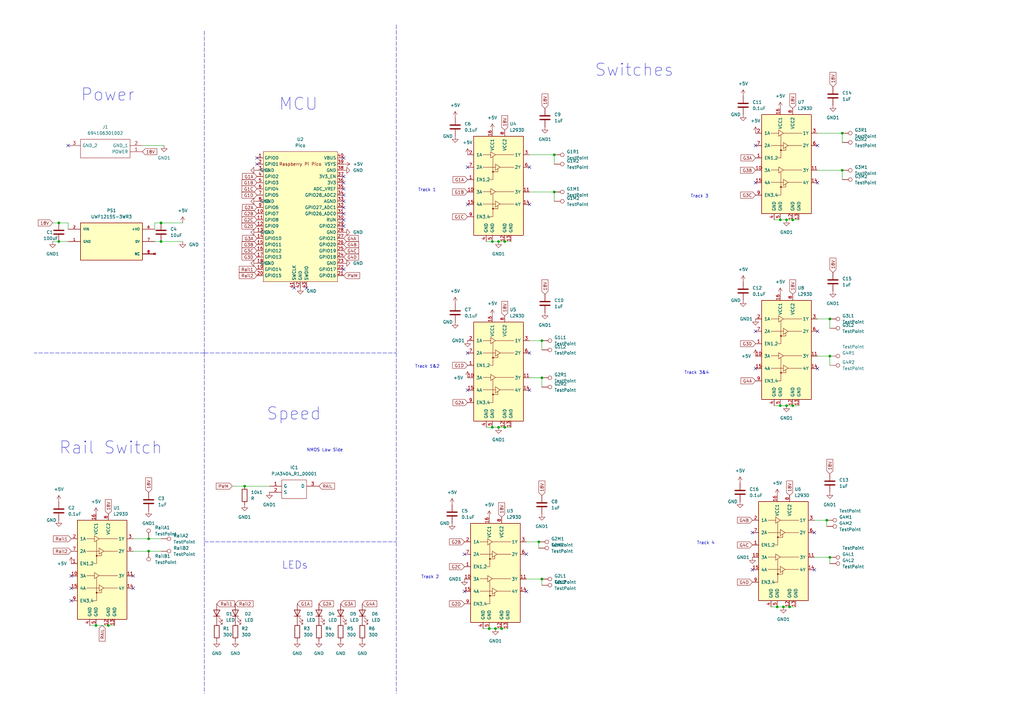
<source format=kicad_sch>
(kicad_sch (version 20211123) (generator eeschema)
  (paper "A3")
  (lib_symbols
    (symbol "Connector:TestPoint" (pin_numbers hide) (pin_names (offset 0.762) hide)
      (property "Reference" "TP" (at 0 6.858 0))
      (property "Value" "TestPoint" (at 0 5.08 0))
      (symbol "TestPoint_1_1"
        (pin passive line (at 0 0 90) (length 2.54) (name "1") (number "1"))
      )
    )
    (symbol "Device:C" (pin_numbers hide) (pin_names (offset 0.254))
      (property "Reference" "C" (at 0.635 2.54 0))
      (property "Value" "C" (at 0.635 -2.54 0))
      (symbol "C_1_1"
        (pin passive line (at 0 3.81 270) (length 2.794) (name "~") (number "1"))
        (pin passive line (at 0 -3.81 90) (length 2.794) (name "~") (number "2"))
      )
    )
    (symbol "Device:LED" (pin_numbers hide) (pin_names (offset 1.016) hide)
      (property "Reference" "D" (at 0 2.54 0))
      (property "Value" "LED" (at 0 -2.54 0))
      (symbol "LED_1_1"
        (pin passive line (at -3.81 0 0) (length 2.54) (name "K") (number "1"))
        (pin passive line (at 3.81 0 180) (length 2.54) (name "A") (number "2"))
      )
    )
    (symbol "Device:R" (pin_numbers hide) (pin_names (offset 0))
      (property "Reference" "R" (at 2.032 0 90))
      (property "Value" "R" (at 0 0 90))
      (symbol "R_1_1"
        (pin passive line (at 0 3.81 270) (length 1.27) (name "~") (number "1"))
        (pin passive line (at 0 -3.81 90) (length 1.27) (name "~") (number "2"))
      )
    )
    (symbol "Driver_Motor:L293D" (pin_names (offset 1.016))
      (property "Reference" "U" (at -5.08 26.035 0))
      (property "Value" "L293D" (at -5.08 24.13 0))
      (symbol "L293D_1_1"
        (pin input line (at -12.7 5.08 0) (length 2.54) (name "EN1,2") (number "1"))
        (pin input line (at -12.7 0 0) (length 2.54) (name "3A") (number "10"))
        (pin output line (at 12.7 0 180) (length 2.54) (name "3Y") (number "11"))
        (pin power_in line (at 2.54 -20.32 90) (length 2.54) (name "GND") (number "12"))
        (pin power_in line (at 5.08 -20.32 90) (length 2.54) (name "GND") (number "13"))
        (pin output line (at 12.7 -5.08 180) (length 2.54) (name "4Y") (number "14"))
        (pin input line (at -12.7 -5.08 0) (length 2.54) (name "4A") (number "15"))
        (pin power_in line (at -2.54 25.4 270) (length 2.54) (name "VCC1") (number "16"))
        (pin input line (at -12.7 15.24 0) (length 2.54) (name "1A") (number "2"))
        (pin output line (at 12.7 15.24 180) (length 2.54) (name "1Y") (number "3"))
        (pin power_in line (at -5.08 -20.32 90) (length 2.54) (name "GND") (number "4"))
        (pin power_in line (at -2.54 -20.32 90) (length 2.54) (name "GND") (number "5"))
        (pin output line (at 12.7 10.16 180) (length 2.54) (name "2Y") (number "6"))
        (pin input line (at -12.7 10.16 0) (length 2.54) (name "2A") (number "7"))
        (pin power_in line (at 2.54 25.4 270) (length 2.54) (name "VCC2") (number "8"))
        (pin input line (at -12.7 -10.16 0) (length 2.54) (name "EN3,4") (number "9"))
      )
    )
    (symbol "MCU_RaspberryPi_and_Boards:Pico"
      (property "Reference" "U" (at -13.97 27.94 0))
      (property "Value" "Pico" (at 0 19.05 0))
      (symbol "Pico_0_0"
        (text "Raspberry Pi Pico" (at 0 21.59 0) (effects (font (size 1.27 1.27))))
      )
      (symbol "Pico_1_1"
        (pin bidirectional line (at -17.78 24.13 0) (length 2.54) (name "GPIO0") (number "1"))
        (pin bidirectional line (at -17.78 1.27 0) (length 2.54) (name "GPIO7") (number "10"))
        (pin bidirectional line (at -17.78 -1.27 0) (length 2.54) (name "GPIO8") (number "11"))
        (pin bidirectional line (at -17.78 -3.81 0) (length 2.54) (name "GPIO9") (number "12"))
        (pin power_in line (at -17.78 -6.35 0) (length 2.54) (name "GND") (number "13"))
        (pin bidirectional line (at -17.78 -8.89 0) (length 2.54) (name "GPIO10") (number "14"))
        (pin bidirectional line (at -17.78 -11.43 0) (length 2.54) (name "GPIO11") (number "15"))
        (pin bidirectional line (at -17.78 -13.97 0) (length 2.54) (name "GPIO12") (number "16"))
        (pin bidirectional line (at -17.78 -16.51 0) (length 2.54) (name "GPIO13") (number "17"))
        (pin power_in line (at -17.78 -19.05 0) (length 2.54) (name "GND") (number "18"))
        (pin bidirectional line (at -17.78 -21.59 0) (length 2.54) (name "GPIO14") (number "19"))
        (pin bidirectional line (at -17.78 21.59 0) (length 2.54) (name "GPIO1") (number "2"))
        (pin bidirectional line (at -17.78 -24.13 0) (length 2.54) (name "GPIO15") (number "20"))
        (pin bidirectional line (at 17.78 -24.13 180) (length 2.54) (name "GPIO16") (number "21"))
        (pin bidirectional line (at 17.78 -21.59 180) (length 2.54) (name "GPIO17") (number "22"))
        (pin power_in line (at 17.78 -19.05 180) (length 2.54) (name "GND") (number "23"))
        (pin bidirectional line (at 17.78 -16.51 180) (length 2.54) (name "GPIO18") (number "24"))
        (pin bidirectional line (at 17.78 -13.97 180) (length 2.54) (name "GPIO19") (number "25"))
        (pin bidirectional line (at 17.78 -11.43 180) (length 2.54) (name "GPIO20") (number "26"))
        (pin bidirectional line (at 17.78 -8.89 180) (length 2.54) (name "GPIO21") (number "27"))
        (pin power_in line (at 17.78 -6.35 180) (length 2.54) (name "GND") (number "28"))
        (pin bidirectional line (at 17.78 -3.81 180) (length 2.54) (name "GPIO22") (number "29"))
        (pin power_in line (at -17.78 19.05 0) (length 2.54) (name "GND") (number "3"))
        (pin input line (at 17.78 -1.27 180) (length 2.54) (name "RUN") (number "30"))
        (pin bidirectional line (at 17.78 1.27 180) (length 2.54) (name "GPIO26_ADC0") (number "31"))
        (pin bidirectional line (at 17.78 3.81 180) (length 2.54) (name "GPIO27_ADC1") (number "32"))
        (pin power_in line (at 17.78 6.35 180) (length 2.54) (name "AGND") (number "33"))
        (pin bidirectional line (at 17.78 8.89 180) (length 2.54) (name "GPIO28_ADC2") (number "34"))
        (pin power_in line (at 17.78 11.43 180) (length 2.54) (name "ADC_VREF") (number "35"))
        (pin power_in line (at 17.78 13.97 180) (length 2.54) (name "3V3") (number "36"))
        (pin input line (at 17.78 16.51 180) (length 2.54) (name "3V3_EN") (number "37"))
        (pin bidirectional line (at 17.78 19.05 180) (length 2.54) (name "GND") (number "38"))
        (pin power_in line (at 17.78 21.59 180) (length 2.54) (name "VSYS") (number "39"))
        (pin bidirectional line (at -17.78 16.51 0) (length 2.54) (name "GPIO2") (number "4"))
        (pin power_in line (at 17.78 24.13 180) (length 2.54) (name "VBUS") (number "40"))
        (pin input line (at -2.54 -29.21 90) (length 2.54) (name "SWCLK") (number "41"))
        (pin power_in line (at 0 -29.21 90) (length 2.54) (name "GND") (number "42"))
        (pin bidirectional line (at 2.54 -29.21 90) (length 2.54) (name "SWDIO") (number "43"))
        (pin bidirectional line (at -17.78 13.97 0) (length 2.54) (name "GPIO3") (number "5"))
        (pin bidirectional line (at -17.78 11.43 0) (length 2.54) (name "GPIO4") (number "6"))
        (pin bidirectional line (at -17.78 8.89 0) (length 2.54) (name "GPIO5") (number "7"))
        (pin power_in line (at -17.78 6.35 0) (length 2.54) (name "GND") (number "8"))
        (pin bidirectional line (at -17.78 3.81 0) (length 2.54) (name "GPIO6") (number "9"))
      )
    )
    (symbol "SamacSys_Parts:694106301002" (pin_names (offset 0.762))
      (property "Reference" "J" (at 26.67 7.62 0))
      (property "Value" "694106301002" (at 26.67 5.08 0))
      (symbol "694106301002_0_0"
        (pin passive line (at 30.48 -2.54 180) (length 5.08) (name "POWER") (number "1"))
        (pin passive line (at 30.48 0 180) (length 5.08) (name "GND_1") (number "2"))
        (pin passive line (at 0 0 0) (length 5.08) (name "GND_2") (number "3"))
      )
    )
    (symbol "SamacSys_Parts:PJA3404_R1_00001" (pin_names (offset 0.762))
      (property "Reference" "IC" (at 16.51 7.62 0))
      (property "Value" "PJA3404_R1_00001" (at 16.51 5.08 0))
      (symbol "PJA3404_R1_00001_0_0"
        (pin passive line (at 0 0 0) (length 5.08) (name "G") (number "1"))
        (pin passive line (at 0 -2.54 0) (length 5.08) (name "S") (number "2"))
        (pin passive line (at 20.32 0 180) (length 5.08) (name "D") (number "3"))
      )
    )
    (symbol "UWF1215S-3WR3:UWF1215S-3WR3" (pin_names (offset 1.016))
      (property "Reference" "PS" (at -12.7 8.89 0))
      (property "Value" "UWF1215S-3WR3" (at -12.7 -10.16 0))
      (symbol "UWF1215S-3WR3_0_0"
        (pin power_in line (at -17.78 0 0) (length 5.08) (name "GND") (number "1"))
        (pin input line (at -17.78 5.08 0) (length 5.08) (name "VIN") (number "2"))
        (pin no_connect line (at 17.78 -5.08 180) (length 5.08) (name "NC") (number "3"))
        (pin no_connect line (at 17.78 -5.08 180) (length 5.08) (name "NC") (number "5"))
        (pin output line (at 17.78 5.08 180) (length 5.08) (name "+VO") (number "6"))
        (pin passive line (at 17.78 0 180) (length 5.08) (name "0V") (number "7"))
        (pin no_connect line (at 17.78 -5.08 180) (length 5.08) (name "NC") (number "8"))
      )
    )
    (symbol "power:+5V" (power) (pin_names (offset 0))
      (property "Value" "+5V" (at 0 3.556 0))
      (symbol "+5V_1_1"
        (pin power_in line (at 0 0 90) (length 0) hide (name "+5V") (number "1"))
      )
    )
    (symbol "power:GND" (power) (pin_names (offset 0))
      (property "Value" "GND" (at 0 -3.81 0))
      (symbol "GND_1_1"
        (pin power_in line (at 0 0 270) (length 0) hide (name "GND") (number "1"))
      )
    )
    (symbol "power:GND1" (power) (pin_names (offset 0))
      (property "Value" "GND1" (at 0 -3.81 0))
      (symbol "GND1_1_1"
        (pin power_in line (at 0 0 270) (length 0) hide (name "GND1") (number "1"))
      )
    )
  )
  (junction (at 203.2 257.81))
  (junction (at 345.44 54.61))
  (junction (at 201.93 99.06))
  (junction (at 66.04 99.06))
  (junction (at 222.25 139.7))
  (junction (at 201.93 175.26))
  (junction (at 320.04 90.17))
  (junction (at 227.33 63.5))
  (junction (at 222.25 237.49))
  (junction (at 222.25 154.94))
  (junction (at 204.47 175.26))
  (junction (at 339.09 213.36))
  (junction (at 323.85 248.92))
  (junction (at 204.47 99.06))
  (junction (at 24.13 99.06))
  (junction (at 39.37 256.54))
  (junction (at 340.36 146.05))
  (junction (at 24.13 91.44))
  (junction (at 340.36 228.6))
  (junction (at 322.58 90.17))
  (junction (at 321.31 248.92))
  (junction (at 44.45 256.54))
  (junction (at 325.12 90.17))
  (junction (at 325.12 166.37))
  (junction (at 227.33 78.74))
  (junction (at 100.33 199.39))
  (junction (at 220.98 222.25))
  (junction (at 60.96 226.06))
  (junction (at 205.74 257.81))
  (junction (at 318.77 248.92))
  (junction (at 200.66 257.81))
  (junction (at 66.04 91.44))
  (junction (at 207.01 175.26))
  (junction (at 207.01 99.06))
  (junction (at 345.44 69.85))
  (junction (at 322.58 166.37))
  (junction (at 60.96 220.98))
  (junction (at 340.36 130.81))
  (junction (at 320.04 166.37))
  (no_connect (at 140.97 92.71))
  (no_connect (at 140.97 64.77))
  (no_connect (at 190.5 227.33))
  (no_connect (at 191.77 83.82))
  (no_connect (at 105.41 67.31))
  (no_connect (at 27.94 59.69))
  (no_connect (at 120.65 118.11))
  (no_connect (at 54.61 236.22))
  (no_connect (at 140.97 90.17))
  (no_connect (at 29.21 236.22))
  (no_connect (at 335.28 59.69))
  (no_connect (at 140.97 110.49))
  (no_connect (at 29.21 241.3))
  (no_connect (at 54.61 241.3))
  (no_connect (at 140.97 74.93))
  (no_connect (at 308.61 233.68))
  (no_connect (at 308.61 218.44))
  (no_connect (at 309.88 59.69))
  (no_connect (at 140.97 85.09))
  (no_connect (at 105.41 64.77))
  (no_connect (at 309.88 151.13))
  (no_connect (at 125.73 118.11))
  (no_connect (at 140.97 72.39))
  (no_connect (at 217.17 160.02))
  (no_connect (at 191.77 160.02))
  (no_connect (at 309.88 135.89))
  (no_connect (at 335.28 74.93))
  (no_connect (at 190.5 242.57))
  (no_connect (at 140.97 80.01))
  (no_connect (at 335.28 135.89))
  (no_connect (at 140.97 87.63))
  (no_connect (at 309.88 74.93))
  (no_connect (at 140.97 77.47))
  (no_connect (at 335.28 151.13))
  (no_connect (at 217.17 144.78))
  (no_connect (at 191.77 144.78))
  (no_connect (at 140.97 82.55))
  (no_connect (at 215.9 227.33))
  (no_connect (at 215.9 242.57))
  (no_connect (at 334.01 233.68))
  (no_connect (at 334.01 218.44))
  (no_connect (at 29.21 246.38))
  (no_connect (at 217.17 68.58))
  (no_connect (at 217.17 83.82))
  (no_connect (at 191.77 68.58))
  (wire (pts (xy 318.77 248.92) (xy 321.31 248.92)))
  (wire (pts (xy 345.44 69.85) (xy 345.44 73.66)))
  (wire (pts (xy 66.04 99.06) (xy 63.5 99.06)))
  (wire (pts (xy 317.5 166.37) (xy 320.04 166.37)))
  (wire (pts (xy 24.13 99.06) (xy 27.94 99.06)))
  (wire (pts (xy 345.44 54.61) (xy 345.44 58.42)))
  (wire (pts (xy 204.47 99.06) (xy 207.01 99.06)))
  (wire (pts (xy 66.04 220.98) (xy 60.96 220.98)))
  (wire (pts (xy 335.28 69.85) (xy 345.44 69.85)))
  (wire (pts (xy 67.31 59.69) (xy 58.42 59.69)))
  (wire (pts (xy 66.04 226.06) (xy 60.96 226.06)))
  (wire (pts (xy 27.94 91.44) (xy 24.13 91.44)))
  (wire (pts (xy 204.47 175.26) (xy 207.01 175.26)))
  (wire (pts (xy 63.5 91.44) (xy 63.5 93.98)))
  (wire (pts (xy 222.25 139.7) (xy 222.25 143.51)))
  (wire (pts (xy 335.28 130.81) (xy 340.36 130.81)))
  (wire (pts (xy 320.04 166.37) (xy 322.58 166.37)))
  (polyline (pts (xy 83.82 144.78) (xy 13.97 144.78)))
  (wire (pts (xy 227.33 63.5) (xy 227.33 67.31)))
  (polyline (pts (xy 83.82 222.25) (xy 162.56 222.25)))
  (wire (pts (xy 199.39 99.06) (xy 201.93 99.06)))
  (wire (pts (xy 220.98 222.25) (xy 220.98 224.79)))
  (wire (pts (xy 340.36 130.81) (xy 340.36 134.62)))
  (wire (pts (xy 320.04 90.17) (xy 322.58 90.17)))
  (wire (pts (xy 205.74 257.81) (xy 208.28 257.81)))
  (wire (pts (xy 201.93 175.26) (xy 204.47 175.26)))
  (wire (pts (xy 203.2 257.81) (xy 205.74 257.81)))
  (wire (pts (xy 325.12 166.37) (xy 327.66 166.37)))
  (wire (pts (xy 222.25 154.94) (xy 222.25 158.75)))
  (wire (pts (xy 217.17 139.7) (xy 222.25 139.7)))
  (wire (pts (xy 335.28 146.05) (xy 340.36 146.05)))
  (polyline (pts (xy 83.82 12.7) (xy 83.82 144.78)))
  (wire (pts (xy 217.17 78.74) (xy 227.33 78.74)))
  (wire (pts (xy 222.25 237.49) (xy 222.25 240.03)))
  (wire (pts (xy 316.23 248.92) (xy 318.77 248.92)))
  (wire (pts (xy 207.01 175.26) (xy 209.55 175.26)))
  (wire (pts (xy 207.01 99.06) (xy 209.55 99.06)))
  (polyline (pts (xy 162.56 10.16) (xy 162.56 144.78)))
  (wire (pts (xy 201.93 99.06) (xy 204.47 99.06)))
  (wire (pts (xy 322.58 90.17) (xy 325.12 90.17)))
  (wire (pts (xy 334.01 228.6) (xy 340.36 228.6)))
  (wire (pts (xy 217.17 63.5) (xy 227.33 63.5)))
  (wire (pts (xy 323.85 248.92) (xy 326.39 248.92)))
  (wire (pts (xy 95.25 199.39) (xy 100.33 199.39)))
  (wire (pts (xy 60.96 226.06) (xy 54.61 226.06)))
  (wire (pts (xy 334.01 213.36) (xy 339.09 213.36)))
  (wire (pts (xy 21.59 91.44) (xy 24.13 91.44)))
  (wire (pts (xy 321.31 248.92) (xy 323.85 248.92)))
  (wire (pts (xy 74.93 91.44) (xy 66.04 91.44)))
  (wire (pts (xy 21.59 99.06) (xy 24.13 99.06)))
  (wire (pts (xy 66.04 91.44) (xy 63.5 91.44)))
  (polyline (pts (xy 83.82 144.78) (xy 162.56 144.78)))
  (wire (pts (xy 339.09 213.36) (xy 339.09 215.9)))
  (wire (pts (xy 215.9 222.25) (xy 220.98 222.25)))
  (wire (pts (xy 36.83 256.54) (xy 39.37 256.54)))
  (wire (pts (xy 215.9 237.49) (xy 222.25 237.49)))
  (wire (pts (xy 340.36 146.05) (xy 340.36 149.86)))
  (wire (pts (xy 325.12 90.17) (xy 327.66 90.17)))
  (polyline (pts (xy 162.56 144.78) (xy 162.56 284.48)))
  (polyline (pts (xy 83.82 144.78) (xy 83.82 284.48)))
  (wire (pts (xy 39.37 256.54) (xy 44.45 256.54)))
  (wire (pts (xy 100.33 199.39) (xy 110.49 199.39)))
  (wire (pts (xy 60.96 220.98) (xy 54.61 220.98)))
  (wire (pts (xy 200.66 257.81) (xy 203.2 257.81)))
  (wire (pts (xy 27.94 93.98) (xy 27.94 91.44)))
  (wire (pts (xy 322.58 166.37) (xy 325.12 166.37)))
  (wire (pts (xy 335.28 54.61) (xy 345.44 54.61)))
  (wire (pts (xy 198.12 257.81) (xy 200.66 257.81)))
  (wire (pts (xy 227.33 78.74) (xy 227.33 82.55)))
  (wire (pts (xy 217.17 154.94) (xy 222.25 154.94)))
  (wire (pts (xy 199.39 175.26) (xy 201.93 175.26)))
  (wire (pts (xy 340.36 228.6) (xy 340.36 231.14)))
  (wire (pts (xy 317.5 90.17) (xy 320.04 90.17)))
  (wire (pts (xy 74.93 99.06) (xy 66.04 99.06)))
  (wire (pts (xy 44.45 256.54) (xy 46.99 256.54)))
  (text "MCU\n" (at 114.3 45.72 0) (effects (font (size 5 5)) (justify left bottom)))
  (text "Power" (at 33.02 41.91 0) (effects (font (size 5 5)) (justify left bottom)))
  (text "LEDs" (at 115.57 233.68 0) (effects (font (size 3 3)) (justify left bottom)))
  (text "Track 1&2" (at 170.18 151.13 0) (effects (font (size 1.27 1.27)) (justify left bottom)))
  (text "Track 3&4" (at 280.67 153.67 0) (effects (font (size 1.27 1.27)) (justify left bottom)))
  (text "Track 3" (at 283.21 81.28 0) (effects (font (size 1.27 1.27)) (justify left bottom)))
  (text "Track 2" (at 172.72 237.49 0) (effects (font (size 1.27 1.27)) (justify left bottom)))
  (text "Switches" (at 243.84 31.75 0) (effects (font (size 5 5)) (justify left bottom)))
  (text "Track 4" (at 285.75 223.52 0) (effects (font (size 1.27 1.27)) (justify left bottom)))
  (text "Track 1" (at 171.45 78.74 0) (effects (font (size 1.27 1.27)) (justify left bottom)))
  (text "NMOS Low Side" (at 125.73 185.42 0) (effects (font (size 1.27 1.27)) (justify left bottom)))
  (text "Speed" (at 109.22 172.72 0) (effects (font (size 5 5)) (justify left bottom)))
  (text "Rail Switch" (at 24.13 186.69 0) (effects (font (size 5 5)) (justify left bottom)))
  (global_label "G2D" (shape input) (at 105.41 92.71 180) (property "Intersheet References" "${INTERSHEET_REFS}" (effects hide)))
  (global_label "G4B" (shape input) (at 140.97 100.33 0) (property "Intersheet References" "${INTERSHEET_REFS}" (effects hide)))
  (global_label "18V" (shape input) (at 207.01 53.34 90) (property "Intersheet References" "${INTERSHEET_REFS}" (effects hide)))
  (global_label "G4A" (shape input) (at 148.59 247.65 0) (property "Intersheet References" "${INTERSHEET_REFS}" (effects hide)))
  (global_label "G1A" (shape input) (at 191.77 73.66 180) (property "Intersheet References" "${INTERSHEET_REFS}" (effects hide)))
  (global_label "G4C" (shape input) (at 308.61 223.52 180) (property "Intersheet References" "${INTERSHEET_REFS}" (effects hide)))
  (global_label "18V" (shape input) (at 222.25 203.2 90) (property "Intersheet References" "${INTERSHEET_REFS}" (effects hide)))
  (global_label "G3C" (shape input) (at 105.41 102.87 180) (property "Intersheet References" "${INTERSHEET_REFS}" (effects hide)))
  (global_label "G4A" (shape input) (at 140.97 97.79 0) (property "Intersheet References" "${INTERSHEET_REFS}" (effects hide)))
  (global_label "18V" (shape input) (at 223.52 44.45 90) (property "Intersheet References" "${INTERSHEET_REFS}" (effects hide)))
  (global_label "18V" (shape input) (at 323.85 203.2 90) (property "Intersheet References" "${INTERSHEET_REFS}" (effects hide)))
  (global_label "18V" (shape input) (at 205.74 212.09 90) (property "Intersheet References" "${INTERSHEET_REFS}" (effects hide)))
  (global_label "18V" (shape input) (at 21.59 91.44 180) (property "Intersheet References" "${INTERSHEET_REFS}" (effects hide)))
  (global_label "G4D" (shape input) (at 140.97 105.41 0) (property "Intersheet References" "${INTERSHEET_REFS}" (effects hide)))
  (global_label "G1D" (shape input) (at 191.77 149.86 180) (property "Intersheet References" "${INTERSHEET_REFS}" (effects hide)))
  (global_label "G3A" (shape input) (at 309.88 64.77 180) (property "Intersheet References" "${INTERSHEET_REFS}" (effects hide)))
  (global_label "G3A" (shape input) (at 139.7 247.65 0) (property "Intersheet References" "${INTERSHEET_REFS}" (effects hide)))
  (global_label "18V" (shape input) (at 60.96 201.93 90) (property "Intersheet References" "${INTERSHEET_REFS}" (effects hide)))
  (global_label "G3C" (shape input) (at 309.88 80.01 180) (property "Intersheet References" "${INTERSHEET_REFS}" (effects hide)))
  (global_label "G3D" (shape input) (at 309.88 140.97 180) (property "Intersheet References" "${INTERSHEET_REFS}" (effects hide)))
  (global_label "RAIL" (shape input) (at 130.81 199.39 0) (property "Intersheet References" "${INTERSHEET_REFS}" (effects hide)))
  (global_label "G3A" (shape input) (at 105.41 97.79 180) (property "Intersheet References" "${INTERSHEET_REFS}" (effects hide)))
  (global_label "Rail2" (shape input) (at 29.21 226.06 180) (property "Intersheet References" "${INTERSHEET_REFS}" (effects hide)))
  (global_label "G2D" (shape input) (at 190.5 247.65 180) (property "Intersheet References" "${INTERSHEET_REFS}" (effects hide)))
  (global_label "18V" (shape input) (at 44.45 210.82 90) (property "Intersheet References" "${INTERSHEET_REFS}" (effects hide)))
  (global_label "18V" (shape input) (at 341.63 35.56 90) (property "Intersheet References" "${INTERSHEET_REFS}" (effects hide)))
  (global_label "G1C" (shape input) (at 191.77 88.9 180) (property "Intersheet References" "${INTERSHEET_REFS}" (effects hide)))
  (global_label "18V" (shape input) (at 207.01 129.54 90) (property "Intersheet References" "${INTERSHEET_REFS}" (effects hide)))
  (global_label "G3B" (shape input) (at 309.88 69.85 180) (property "Intersheet References" "${INTERSHEET_REFS}" (effects hide)))
  (global_label "18V" (shape input) (at 325.12 120.65 90) (property "Intersheet References" "${INTERSHEET_REFS}" (effects hide)))
  (global_label "G2C" (shape input) (at 190.5 232.41 180) (property "Intersheet References" "${INTERSHEET_REFS}" (effects hide)))
  (global_label "G2A" (shape input) (at 105.41 85.09 180) (property "Intersheet References" "${INTERSHEET_REFS}" (effects hide)))
  (global_label "G1B" (shape input) (at 105.41 74.93 180) (property "Intersheet References" "${INTERSHEET_REFS}" (effects hide)))
  (global_label "G1A" (shape input) (at 121.92 247.65 0) (property "Intersheet References" "${INTERSHEET_REFS}" (effects hide)))
  (global_label "G4C" (shape input) (at 140.97 102.87 0) (property "Intersheet References" "${INTERSHEET_REFS}" (effects hide)))
  (global_label "Rail1" (shape input) (at 29.21 220.98 180) (property "Intersheet References" "${INTERSHEET_REFS}" (effects hide)))
  (global_label "G4A" (shape input) (at 309.88 156.21 180) (property "Intersheet References" "${INTERSHEET_REFS}" (effects hide)))
  (global_label "G2B" (shape input) (at 190.5 222.25 180) (property "Intersheet References" "${INTERSHEET_REFS}" (effects hide)))
  (global_label "G2A" (shape input) (at 130.81 247.65 0) (property "Intersheet References" "${INTERSHEET_REFS}" (effects hide)))
  (global_label "G1A" (shape input) (at 105.41 72.39 180) (property "Intersheet References" "${INTERSHEET_REFS}" (effects hide)))
  (global_label "G4D" (shape input) (at 308.61 238.76 180) (property "Intersheet References" "${INTERSHEET_REFS}" (effects hide)))
  (global_label "G3D" (shape input) (at 105.41 105.41 180) (property "Intersheet References" "${INTERSHEET_REFS}" (effects hide)))
  (global_label "Rail2" (shape input) (at 96.52 247.65 0) (property "Intersheet References" "${INTERSHEET_REFS}" (effects hide)))
  (global_label "PWM" (shape input) (at 95.25 199.39 180) (property "Intersheet References" "${INTERSHEET_REFS}" (effects hide)))
  (global_label "G3B" (shape input) (at 105.41 100.33 180) (property "Intersheet References" "${INTERSHEET_REFS}" (effects hide)))
  (global_label "G2A" (shape input) (at 191.77 165.1 180) (property "Intersheet References" "${INTERSHEET_REFS}" (effects hide)))
  (global_label "18V" (shape input) (at 340.36 194.31 90) (property "Intersheet References" "${INTERSHEET_REFS}" (effects hide)))
  (global_label "G2C" (shape input) (at 105.41 90.17 180) (property "Intersheet References" "${INTERSHEET_REFS}" (effects hide)))
  (global_label "G1C" (shape input) (at 105.41 77.47 180) (property "Intersheet References" "${INTERSHEET_REFS}" (effects hide)))
  (global_label "PWM" (shape input) (at 140.97 113.03 0) (property "Intersheet References" "${INTERSHEET_REFS}" (effects hide)))
  (global_label "Rail1" (shape input) (at 105.41 110.49 180) (property "Intersheet References" "${INTERSHEET_REFS}" (effects hide)))
  (global_label "G1D" (shape input) (at 105.41 80.01 180) (property "Intersheet References" "${INTERSHEET_REFS}" (effects hide)))
  (global_label "18V" (shape input) (at 341.63 111.76 90) (property "Intersheet References" "${INTERSHEET_REFS}" (effects hide)))
  (global_label "RAIL" (shape input) (at 41.91 256.54 270) (property "Intersheet References" "${INTERSHEET_REFS}" (effects hide)))
  (global_label "18V" (shape input) (at 223.52 120.65 90) (property "Intersheet References" "${INTERSHEET_REFS}" (effects hide)))
  (global_label "18V" (shape input) (at 325.12 44.45 90) (property "Intersheet References" "${INTERSHEET_REFS}" (effects hide)))
  (global_label "G2B" (shape input) (at 105.41 87.63 180) (property "Intersheet References" "${INTERSHEET_REFS}" (effects hide)))
  (global_label "Rail2" (shape input) (at 105.41 113.03 180) (property "Intersheet References" "${INTERSHEET_REFS}" (effects hide)))
  (global_label "Rail1" (shape input) (at 88.9 247.65 0) (property "Intersheet References" "${INTERSHEET_REFS}" (effects hide)))
  (global_label "G1B" (shape input) (at 191.77 78.74 180) (property "Intersheet References" "${INTERSHEET_REFS}" (effects hide)))
  (global_label "18V" (shape input) (at 58.42 62.23 0) (property "Intersheet References" "${INTERSHEET_REFS}" (effects hide)))
  (global_label "G4B" (shape input) (at 308.61 213.36 180) (property "Intersheet References" "${INTERSHEET_REFS}" (effects hide)))
  (symbol (lib_id "power:+5V") (at 304.8 39.37 0) (unit 1)
    (property "Reference" "#PWR0128" (effects hide))
    (property "Value" "+5V" (at 304.8 34.29 0))
  )
  (symbol (lib_id "Driver_Motor:L293D") (at 203.2 237.49 0) (unit 1)
    (property "Reference" "U3" (at 207.7594 209.55 0) (effects (justify left)))
    (property "Value" "L293D" (at 207.7594 212.09 0) (effects (justify left)))
    (property "Footprint" "Package_DIP:DIP-16_W7.62mm" (effects hide))
    (property "Datasheet" "http://www.ti.com/lit/ds/symlink/l293.pdf" (effects hide))
  )
  (symbol (lib_id "Device:C") (at 186.69 128.27 0) (unit 1)
    (property "Reference" "C7" (at 190.5 126.9999 0) (effects (justify left)))
    (property "Value" "0.1uF" (at 190.5 129.5399 0) (effects (justify left)))
    (property "Footprint" "Capacitor_SMD:C_1210_3225Metric" (effects hide))
  )
  (symbol (lib_id "power:GND1") (at 341.63 43.18 0) (unit 1)
    (property "Reference" "#PWR0154" (effects hide))
    (property "Value" "GND1" (at 341.63 48.26 0))
  )
  (symbol (lib_id "power:GND") (at 96.52 262.89 0) (unit 1)
    (property "Reference" "#PWR0117" (effects hide))
    (property "Value" "GND" (at 96.52 267.97 0))
  )
  (symbol (lib_id "power:GND1") (at 191.77 139.7 0) (unit 1)
    (property "Reference" "#PWR0147" (effects hide))
    (property "Value" "GND1" (at 187.96 139.7 0))
  )
  (symbol (lib_id "power:GND1") (at 190.5 237.49 0) (unit 1)
    (property "Reference" "#PWR0152" (effects hide))
    (property "Value" "GND1" (at 186.69 237.49 0))
  )
  (symbol (lib_id "Device:LED") (at 139.7 251.46 90) (unit 1)
    (property "Reference" "D5" (at 143.51 251.7774 90) (effects (justify right)))
    (property "Value" "LED" (at 143.51 254.3174 90) (effects (justify right)))
    (property "Footprint" "LED_THT:LED_D3.0mm" (effects hide))
  )
  (symbol (lib_id "MCU_RaspberryPi_and_Boards:Pico") (at 123.19 88.9 0) (unit 1)
    (property "Reference" "U2" (at 123.19 57.15 0))
    (property "Value" "Pico" (at 123.19 59.69 0))
    (property "Footprint" "MCU_RaspberryPi_and_Boards:RPi_Pico_SMD_TH" (effects hide))
  )
  (symbol (lib_id "Device:C") (at 341.63 39.37 0) (unit 1)
    (property "Reference" "C14" (at 345.44 38.0999 0) (effects (justify left)))
    (property "Value" "1uF" (at 345.44 40.6399 0) (effects (justify left)))
    (property "Footprint" "Capacitor_SMD:C_1210_3225Metric" (effects hide))
  )
  (symbol (lib_id "Connector:TestPoint") (at 60.96 226.06 180) (unit 1)
    (property "Reference" "RailB1" (at 63.5 228.0919 0) (effects (justify right)))
    (property "Value" "TestPoint" (at 63.5 230.6319 0) (effects (justify right)))
    (property "Footprint" "TestPoint:TestPoint_Pad_2.5x2.5mm" (effects hide))
  )
  (symbol (lib_id "power:GND1") (at 321.31 248.92 0) (unit 1)
    (property "Reference" "#PWR0163" (effects hide))
    (property "Value" "GND1" (at 321.31 254 0))
  )
  (symbol (lib_id "power:+5V") (at 304.8 115.57 0) (unit 1)
    (property "Reference" "#PWR0156" (effects hide))
    (property "Value" "+5V" (at 304.8 110.49 0))
  )
  (symbol (lib_id "Device:C") (at 66.04 95.25 0) (unit 1)
    (property "Reference" "C4" (at 69.85 93.98 0) (effects (justify left)))
    (property "Value" "10uF" (at 69.85 96.52 0) (effects (justify left)))
    (property "Footprint" "Capacitor_THT:CP_Radial_D10.0mm_P7.50mm" (effects hide))
  )
  (symbol (lib_id "Connector:TestPoint") (at 227.33 82.55 270) (unit 1)
    (property "Reference" "G1M2" (at 232.41 81.2799 90) (effects (justify left)))
    (property "Value" "TestPoint" (at 232.41 83.8199 90) (effects (justify left)))
    (property "Footprint" "TestPoint:TestPoint_Pad_2.5x2.5mm" (effects hide))
  )
  (symbol (lib_id "power:GND") (at 105.41 69.85 270) (unit 1)
    (property "Reference" "#PWR0125" (effects hide))
    (property "Value" "GND" (at 106.68 69.8499 90) (effects (justify left)))
  )
  (symbol (lib_id "power:GND1") (at 308.61 228.6 0) (unit 1)
    (property "Reference" "#PWR0143" (effects hide))
    (property "Value" "GND1" (at 304.8 228.6 0))
  )
  (symbol (lib_id "power:GND1") (at 21.59 99.06 0) (unit 1)
    (property "Reference" "#PWR0109" (effects hide))
    (property "Value" "GND1" (at 21.59 104.14 0))
  )
  (symbol (lib_id "Device:R") (at 130.81 259.08 0) (unit 1)
    (property "Reference" "R4" (at 133.35 257.8099 0) (effects (justify left)))
    (property "Value" "300" (at 133.35 260.3499 0) (effects (justify left)))
    (property "Footprint" "Resistor_THT:R_Axial_DIN0204_L3.6mm_D1.6mm_P7.62mm_Horizontal" (effects hide))
  )
  (symbol (lib_id "power:+5V") (at 186.69 124.46 0) (unit 1)
    (property "Reference" "#PWR0140" (effects hide))
    (property "Value" "+5V" (at 186.69 119.38 0))
  )
  (symbol (lib_id "power:+5V") (at 320.04 44.45 0) (unit 1)
    (property "Reference" "#PWR0155" (effects hide))
    (property "Value" "+5V" (at 320.04 39.37 0))
  )
  (symbol (lib_id "Driver_Motor:L293D") (at 322.58 146.05 0) (unit 1)
    (property "Reference" "U8" (at 327.1394 118.11 0) (effects (justify left)))
    (property "Value" "L293D" (at 327.1394 120.65 0) (effects (justify left)))
    (property "Footprint" "Package_DIP:DIP-16_W7.62mm" (effects hide))
    (property "Datasheet" "http://www.ti.com/lit/ds/symlink/l293.pdf" (effects hide))
  )
  (symbol (lib_id "Device:LED") (at 148.59 251.46 90) (unit 1)
    (property "Reference" "D6" (at 152.4 251.7774 90) (effects (justify right)))
    (property "Value" "LED" (at 152.4 254.3174 90) (effects (justify right)))
    (property "Footprint" "LED_THT:LED_D3.0mm" (effects hide))
  )
  (symbol (lib_id "Device:R") (at 100.33 203.2 0) (unit 1)
    (property "Reference" "10k1" (at 102.87 201.9299 0) (effects (justify left)))
    (property "Value" "R" (at 102.87 204.4699 0) (effects (justify left)))
    (property "Footprint" "Resistor_THT:R_Axial_DIN0204_L3.6mm_D1.6mm_P7.62mm_Horizontal" (effects hide))
  )
  (symbol (lib_id "SamacSys_Parts:694106301002") (at 27.94 59.69 0) (unit 1)
    (property "Reference" "J1" (at 43.18 52.07 0))
    (property "Value" "694106301002" (at 43.18 54.61 0))
    (property "Footprint" "SamacSys_Parts:694106301002_1" (effects hide))
    (property "Datasheet" "https://datasheet.datasheetarchive.com/originals/distributors/Datasheets_SAMA/1c153bd2ba42bb51bda59ee4cd9765cd.pdf" (effects hide))
    (property "Description" "WURTH ELEKTRONIK - 694106301002 - CONNECTOR, POWER ENTRY, JACK, 3A, 20VDC" (effects hide))
    (property "Mouser Part Number" "710-694106301002" (effects hide))
    (property "Mouser Price/Stock" "https://www.mouser.co.uk/ProductDetail/Wurth-Elektronik/694106301002?qs=a9WhcLg8qCwOEkcI62k5mA%3D%3D" (effects hide))
    (property "Manufacturer_Name" "Wurth Elektronik" (effects hide))
    (property "Manufacturer_Part_Number" "694106301002" (effects hide))
  )
  (symbol (lib_id "power:GND1") (at 341.63 119.38 0) (unit 1)
    (property "Reference" "#PWR0157" (effects hide))
    (property "Value" "GND1" (at 341.63 124.46 0))
  )
  (symbol (lib_id "power:GND") (at 123.19 118.11 0) (unit 1)
    (property "Reference" "#PWR0101" (effects hide))
    (property "Value" "GND" (at 125.73 119.3799 0) (effects (justify left)))
  )
  (symbol (lib_id "Connector:TestPoint") (at 222.25 158.75 270) (unit 1)
    (property "Reference" "G2R2" (at 227.33 157.4799 90) (effects (justify left)))
    (property "Value" "TestPoint" (at 227.33 160.0199 90) (effects (justify left)))
    (property "Footprint" "TestPoint:TestPoint_Pad_2.5x2.5mm" (effects hide))
  )
  (symbol (lib_id "Connector:TestPoint") (at 339.09 215.9 270) (unit 1)
    (property "Reference" "G4M2" (at 344.17 214.6299 90) (effects (justify left)))
    (property "Value" "TestPoint" (at 344.17 217.1699 90) (effects (justify left)))
    (property "Footprint" "TestPoint:TestPoint_Pad_2.5x2.5mm" (effects hide))
  )
  (symbol (lib_id "Connector:TestPoint") (at 220.98 224.79 270) (unit 1)
    (property "Reference" "G2M2" (at 226.06 223.5199 90) (effects (justify left)))
    (property "Value" "TestPoint" (at 226.06 226.0599 90) (effects (justify left)))
    (property "Footprint" "TestPoint:TestPoint_Pad_2.5x2.5mm" (effects hide))
  )
  (symbol (lib_id "Device:C") (at 60.96 205.74 0) (unit 1)
    (property "Reference" "C3" (at 64.77 204.4699 0) (effects (justify left)))
    (property "Value" "1uF" (at 64.77 207.0099 0) (effects (justify left)))
    (property "Footprint" "Capacitor_SMD:C_1210_3225Metric" (effects hide))
  )
  (symbol (lib_id "Device:C") (at 340.36 198.12 0) (unit 1)
    (property "Reference" "C13" (at 344.17 196.8499 0) (effects (justify left)))
    (property "Value" "1uF" (at 344.17 199.3899 0) (effects (justify left)))
    (property "Footprint" "Capacitor_SMD:C_1210_3225Metric" (effects hide))
  )
  (symbol (lib_id "power:+5V") (at 191.77 154.94 0) (unit 1)
    (property "Reference" "#PWR0148" (effects hide))
    (property "Value" "+5V" (at 187.96 154.94 0))
  )
  (symbol (lib_id "power:GND1") (at 204.47 175.26 0) (unit 1)
    (property "Reference" "#PWR0160" (effects hide))
    (property "Value" "GND1" (at 204.47 180.34 0))
  )
  (symbol (lib_id "Device:C") (at 185.42 210.82 0) (unit 1)
    (property "Reference" "C5" (at 189.23 209.5499 0) (effects (justify left)))
    (property "Value" "0.1uF" (at 189.23 212.0899 0) (effects (justify left)))
    (property "Footprint" "Capacitor_SMD:C_1210_3225Metric" (effects hide))
  )
  (symbol (lib_id "Connector:TestPoint") (at 345.44 69.85 270) (unit 1)
    (property "Reference" "G3M1" (at 350.52 68.5799 90) (effects (justify left)))
    (property "Value" "TestPoint" (at 350.52 71.1199 90) (effects (justify left)))
    (property "Footprint" "TestPoint:TestPoint_Pad_2.5x2.5mm" (effects hide))
  )
  (symbol (lib_id "power:+5V") (at 39.37 210.82 0) (unit 1)
    (property "Reference" "#PWR0121" (effects hide))
    (property "Value" "+5V" (at 39.37 205.74 0))
  )
  (symbol (lib_id "Connector:TestPoint") (at 340.36 130.81 270) (unit 1)
    (property "Reference" "G3L1" (at 345.44 129.5399 90) (effects (justify left)))
    (property "Value" "TestPoint" (at 345.44 132.0799 90) (effects (justify left)))
    (property "Footprint" "TestPoint:TestPoint_Pad_2.5x2.5mm" (effects hide))
  )
  (symbol (lib_id "Connector:TestPoint") (at 222.25 143.51 270) (unit 1)
    (property "Reference" "G1L2" (at 227.33 142.2399 90) (effects (justify left)))
    (property "Value" "TestPoint" (at 227.33 144.7799 90) (effects (justify left)))
    (property "Footprint" "TestPoint:TestPoint_Pad_2.5x2.5mm" (effects hide))
  )
  (symbol (lib_id "Device:R") (at 88.9 259.08 0) (unit 1)
    (property "Reference" "R1" (at 91.44 257.8099 0) (effects (justify left)))
    (property "Value" "300" (at 91.44 260.3499 0) (effects (justify left)))
    (property "Footprint" "Resistor_THT:R_Axial_DIN0204_L3.6mm_D1.6mm_P7.62mm_Horizontal" (effects hide))
  )
  (symbol (lib_id "Connector:TestPoint") (at 340.36 134.62 270) (unit 1)
    (property "Reference" "G3L2" (at 345.44 133.3499 90) (effects (justify left)))
    (property "Value" "TestPoint" (at 345.44 135.8899 90) (effects (justify left)))
    (property "Footprint" "TestPoint:TestPoint_Pad_2.5x2.5mm" (effects hide))
  )
  (symbol (lib_id "Device:C") (at 24.13 209.55 0) (unit 1)
    (property "Reference" "C2" (at 27.94 208.2799 0) (effects (justify left)))
    (property "Value" "0.1uF" (at 27.94 210.8199 0) (effects (justify left)))
    (property "Footprint" "Capacitor_SMD:C_1210_3225Metric" (effects hide))
  )
  (symbol (lib_id "power:GND") (at 148.59 262.89 0) (unit 1)
    (property "Reference" "#PWR0115" (effects hide))
    (property "Value" "GND" (at 148.59 267.97 0))
  )
  (symbol (lib_id "power:+5V") (at 309.88 146.05 0) (unit 1)
    (property "Reference" "#PWR0133" (effects hide))
    (property "Value" "+5V" (at 306.07 146.05 0))
  )
  (symbol (lib_id "power:+5V") (at 74.93 91.44 0) (unit 1)
    (property "Reference" "#PWR0108" (effects hide))
    (property "Value" "+5V" (at 74.93 86.36 0))
  )
  (symbol (lib_id "power:GND1") (at 322.58 90.17 0) (unit 1)
    (property "Reference" "#PWR0161" (effects hide))
    (property "Value" "GND1" (at 322.58 95.25 0))
  )
  (symbol (lib_id "Connector:TestPoint") (at 66.04 220.98 270) (unit 1)
    (property "Reference" "RailA2" (at 71.12 219.7099 90) (effects (justify left)))
    (property "Value" "TestPoint" (at 71.12 222.2499 90) (effects (justify left)))
    (property "Footprint" "TestPoint:TestPoint_Pad_2.5x2.5mm" (effects hide))
  )
  (symbol (lib_id "power:GND") (at 105.41 82.55 270) (unit 1)
    (property "Reference" "#PWR0103" (effects hide))
    (property "Value" "GND" (at 106.68 82.5499 90) (effects (justify left)))
  )
  (symbol (lib_id "Connector:TestPoint") (at 222.25 237.49 270) (unit 1)
    (property "Reference" "G2L1" (at 227.33 236.2199 90) (effects (justify left)))
    (property "Value" "TestPoint" (at 227.33 238.7599 90) (effects (justify left)))
    (property "Footprint" "TestPoint:TestPoint_Pad_2.5x2.5mm" (effects hide))
  )
  (symbol (lib_id "power:GND1") (at 309.88 130.81 0) (unit 1)
    (property "Reference" "#PWR0131" (effects hide))
    (property "Value" "GND1" (at 306.07 130.81 0))
  )
  (symbol (lib_id "Connector:TestPoint") (at 345.44 73.66 270) (unit 1)
    (property "Reference" "G3M2" (at 350.52 72.3899 90) (effects (justify left)))
    (property "Value" "TestPoint" (at 350.52 74.9299 90) (effects (justify left)))
    (property "Footprint" "TestPoint:TestPoint_Pad_2.5x2.5mm" (effects hide))
  )
  (symbol (lib_id "Connector:TestPoint") (at 227.33 67.31 270) (unit 1)
    (property "Reference" "G1R2" (at 232.41 66.0399 90) (effects (justify left)))
    (property "Value" "TestPoint" (at 232.41 68.5799 90) (effects (justify left)))
    (property "Footprint" "TestPoint:TestPoint_Pad_2.5x2.5mm" (effects hide))
  )
  (symbol (lib_id "power:+5V") (at 191.77 63.5 0) (unit 1)
    (property "Reference" "#PWR0136" (effects hide))
    (property "Value" "+5V" (at 191.77 58.42 0))
  )
  (symbol (lib_id "power:+5V") (at 320.04 120.65 0) (unit 1)
    (property "Reference" "#PWR0158" (effects hide))
    (property "Value" "+5V" (at 320.04 115.57 0))
  )
  (symbol (lib_id "Device:C") (at 223.52 124.46 0) (unit 1)
    (property "Reference" "C10" (at 227.33 123.1899 0) (effects (justify left)))
    (property "Value" "1uF" (at 227.33 125.7299 0) (effects (justify left)))
    (property "Footprint" "Capacitor_SMD:C_1210_3225Metric" (effects hide))
  )
  (symbol (lib_id "Device:C") (at 303.53 201.93 0) (unit 1)
    (property "Reference" "C16" (at 307.34 200.6599 0) (effects (justify left)))
    (property "Value" "0.1uF" (at 307.34 203.1999 0) (effects (justify left)))
    (property "Footprint" "Capacitor_SMD:C_1210_3225Metric" (effects hide))
  )
  (symbol (lib_id "Connector:TestPoint") (at 227.33 63.5 270) (unit 1)
    (property "Reference" "G1R1" (at 232.41 62.2299 90) (effects (justify left)))
    (property "Value" "TestPoint" (at 232.41 64.7699 90) (effects (justify left)))
    (property "Footprint" "TestPoint:TestPoint_Pad_2.5x2.5mm" (effects hide))
  )
  (symbol (lib_id "power:+5V") (at 201.93 53.34 0) (unit 1)
    (property "Reference" "#PWR0137" (effects hide))
    (property "Value" "+5V" (at 201.93 48.26 0))
  )
  (symbol (lib_id "Device:R") (at 96.52 259.08 0) (unit 1)
    (property "Reference" "R2" (at 99.06 257.8099 0) (effects (justify left)))
    (property "Value" "300" (at 99.06 260.3499 0) (effects (justify left)))
    (property "Footprint" "Resistor_THT:R_Axial_DIN0204_L3.6mm_D1.6mm_P7.62mm_Horizontal" (effects hide))
  )
  (symbol (lib_id "power:GND") (at 121.92 262.89 0) (unit 1)
    (property "Reference" "#PWR0112" (effects hide))
    (property "Value" "GND" (at 121.92 267.97 0))
  )
  (symbol (lib_id "power:+5V") (at 200.66 212.09 0) (unit 1)
    (property "Reference" "#PWR0150" (effects hide))
    (property "Value" "+5V" (at 200.66 207.01 0))
  )
  (symbol (lib_id "SamacSys_Parts:PJA3404_R1_00001") (at 110.49 199.39 0) (unit 1)
    (property "Reference" "IC1" (at 120.65 191.77 0))
    (property "Value" "PJA3404_R1_00001" (at 120.65 194.31 0))
    (property "Footprint" "SamacSys_Parts:SOT95P240X110-3N" (effects hide))
    (property "Datasheet" "https://www.mouser.fr/datasheet/2/1057/PJA3404-1867365.pdf" (effects hide))
    (property "Description" "MOSFET /A04/TR/7\"/HF/3K/SOT-23/MOS/SOT/NFET-30TMN/NF30T-QI10/PJ///" (effects hide))
    (property "Height" "1.1" (effects hide))
    (property "Mouser Part Number" "241-PJA3404_R1_00001" (effects hide))
    (property "Mouser Price/Stock" "https://www.mouser.co.uk/ProductDetail/Panjit/PJA3404_R1_00001?qs=sPbYRqrBIVkiUO9ZInE3tw%3D%3D" (effects hide))
    (property "Manufacturer_Name" "PANJIT" (effects hide))
    (property "Manufacturer_Part_Number" "PJA3404_R1_00001" (effects hide))
  )
  (symbol (lib_id "Connector:TestPoint") (at 339.09 213.36 270) (unit 1)
    (property "Reference" "G4M1" (at 344.17 212.0899 90) (effects (justify left)))
    (property "Value" "TestPoint" (at 344.17 209.55 90) (effects (justify left)))
    (property "Footprint" "TestPoint:TestPoint_Pad_2.5x2.5mm" (effects hide))
  )
  (symbol (lib_id "Device:C") (at 304.8 119.38 0) (unit 1)
    (property "Reference" "C12" (at 308.61 118.1099 0) (effects (justify left)))
    (property "Value" "0.1uF" (at 308.61 120.6499 0) (effects (justify left)))
    (property "Footprint" "Capacitor_SMD:C_1210_3225Metric" (effects hide))
  )
  (symbol (lib_id "Connector:TestPoint") (at 60.96 220.98 0) (unit 1)
    (property "Reference" "RailA1" (at 63.5 216.4079 0) (effects (justify left)))
    (property "Value" "TestPoint" (at 63.5 218.9479 0) (effects (justify left)))
    (property "Footprint" "TestPoint:TestPoint_Pad_2.5x2.5mm" (effects hide))
  )
  (symbol (lib_id "power:GND") (at 140.97 107.95 90) (unit 1)
    (property "Reference" "#PWR0104" (effects hide))
    (property "Value" "GND" (at 144.78 107.9499 90) (effects (justify right)))
  )
  (symbol (lib_id "power:GND") (at 74.93 99.06 0) (unit 1)
    (property "Reference" "#PWR0107" (effects hide))
    (property "Value" "GND" (at 77.47 100.3299 0) (effects (justify left)))
  )
  (symbol (lib_id "power:GND") (at 303.53 205.74 0) (unit 1)
    (property "Reference" "#PWR0144" (effects hide))
    (property "Value" "GND" (at 298.45 205.74 0) (effects (justify left)))
  )
  (symbol (lib_id "Connector:TestPoint") (at 66.04 226.06 270) (unit 1)
    (property "Reference" "RailB2" (at 71.12 224.7899 90) (effects (justify left)))
    (property "Value" "TestPoint" (at 71.12 227.3299 90) (effects (justify left)))
    (property "Footprint" "TestPoint:TestPoint_Pad_2.5x2.5mm" (effects hide))
  )
  (symbol (lib_id "Device:R") (at 139.7 259.08 0) (unit 1)
    (property "Reference" "R5" (at 142.24 257.8099 0) (effects (justify left)))
    (property "Value" "300" (at 142.24 260.3499 0) (effects (justify left)))
    (property "Footprint" "Resistor_THT:R_Axial_DIN0204_L3.6mm_D1.6mm_P7.62mm_Horizontal" (effects hide))
  )
  (symbol (lib_id "power:GND") (at 130.81 262.89 0) (unit 1)
    (property "Reference" "#PWR0113" (effects hide))
    (property "Value" "GND" (at 130.81 267.97 0))
  )
  (symbol (lib_id "power:GND1") (at 340.36 201.93 0) (unit 1)
    (property "Reference" "#PWR0134" (effects hide))
    (property "Value" "GND1" (at 340.36 207.01 0))
  )
  (symbol (lib_id "power:+5V") (at 185.42 207.01 0) (unit 1)
    (property "Reference" "#PWR0149" (effects hide))
    (property "Value" "+5V" (at 185.42 201.93 0))
  )
  (symbol (lib_id "power:GND1") (at 222.25 210.82 0) (unit 1)
    (property "Reference" "#PWR0142" (effects hide))
    (property "Value" "GND1" (at 222.25 215.9 0))
  )
  (symbol (lib_id "Device:R") (at 148.59 259.08 0) (unit 1)
    (property "Reference" "R6" (at 151.13 257.8099 0) (effects (justify left)))
    (property "Value" "300" (at 151.13 260.3499 0) (effects (justify left)))
    (property "Footprint" "Resistor_THT:R_Axial_DIN0204_L3.6mm_D1.6mm_P7.62mm_Horizontal" (effects hide))
  )
  (symbol (lib_id "power:GND1") (at 322.58 166.37 0) (unit 1)
    (property "Reference" "#PWR0159" (effects hide))
    (property "Value" "GND1" (at 322.58 171.45 0))
  )
  (symbol (lib_id "Device:C") (at 186.69 52.07 0) (unit 1)
    (property "Reference" "C6" (at 190.5 50.7999 0) (effects (justify left)))
    (property "Value" "0.1uF" (at 190.5 53.3399 0) (effects (justify left)))
    (property "Footprint" "Capacitor_SMD:C_1210_3225Metric" (effects hide))
  )
  (symbol (lib_id "Connector:TestPoint") (at 220.98 222.25 270) (unit 1)
    (property "Reference" "G2M1" (at 226.06 220.9799 90) (effects (justify left)))
    (property "Value" "TestPoint" (at 226.06 223.5199 90) (effects (justify left)))
    (property "Footprint" "TestPoint:TestPoint_Pad_2.5x2.5mm" (effects hide))
  )
  (symbol (lib_id "power:GND") (at 88.9 262.89 0) (unit 1)
    (property "Reference" "#PWR0118" (effects hide))
    (property "Value" "GND" (at 88.9 267.97 0))
  )
  (symbol (lib_id "power:GND1") (at 60.96 209.55 0) (unit 1)
    (property "Reference" "#PWR0123" (effects hide))
    (property "Value" "GND1" (at 60.96 214.63 0))
  )
  (symbol (lib_id "UWF1215S-3WR3:UWF1215S-3WR3") (at 45.72 99.06 0) (unit 1)
    (property "Reference" "PS1" (at 45.72 86.36 0))
    (property "Value" "UWF1215S-3WR3" (at 45.72 88.9 0))
    (property "Footprint" "UWF1215S-3WR3:CONV_UWF1215S-3WR3" (effects hide))
    (property "MANUFACTURER" "Mornsun" (effects hide))
    (property "PARTREV" "2020.08.11-A/1" (effects hide))
    (property "STANDARD" "Manufacturer Recommendations" (effects hide))
    (property "MAXIMUM_PACKAGE_HEIGHT" "12.50 mm" (effects hide))
  )
  (symbol (lib_id "Device:C") (at 223.52 48.26 0) (unit 1)
    (property "Reference" "C9" (at 227.33 46.9899 0) (effects (justify left)))
    (property "Value" "1uF" (at 227.33 49.5299 0) (effects (justify left)))
    (property "Footprint" "Capacitor_SMD:C_1210_3225Metric" (effects hide))
  )
  (symbol (lib_id "power:+5V") (at 140.97 67.31 270) (unit 1)
    (property "Reference" "#PWR0124" (effects hide))
    (property "Value" "+5V" (at 144.78 67.3099 90) (effects (justify left)))
  )
  (symbol (lib_id "Connector:TestPoint") (at 340.36 149.86 270) (unit 1)
    (property "Reference" "G4R2" (at 345.44 148.5899 90) (effects (justify left)))
    (property "Value" "TestPoint" (at 345.44 151.1299 90) (effects (justify left)))
    (property "Footprint" "TestPoint:TestPoint_Pad_2.5x2.5mm" (effects hide))
  )
  (symbol (lib_id "power:GND") (at 186.69 55.88 0) (unit 1)
    (property "Reference" "#PWR0135" (effects hide))
    (property "Value" "GND" (at 181.61 55.88 0) (effects (justify left)))
  )
  (symbol (lib_id "Device:LED") (at 121.92 251.46 90) (unit 1)
    (property "Reference" "D3" (at 125.73 251.7774 90) (effects (justify right)))
    (property "Value" "LED" (at 125.73 254.3174 90) (effects (justify right)))
    (property "Footprint" "LED_THT:LED_D3.0mm" (effects hide))
  )
  (symbol (lib_id "power:GND1") (at 223.52 52.07 0) (unit 1)
    (property "Reference" "#PWR0127" (effects hide))
    (property "Value" "GND1" (at 223.52 57.15 0))
  )
  (symbol (lib_id "power:GND") (at 105.41 95.25 270) (unit 1)
    (property "Reference" "#PWR0106" (effects hide))
    (property "Value" "GND" (at 106.68 95.2499 90) (effects (justify left)))
  )
  (symbol (lib_id "Device:LED") (at 96.52 251.46 90) (unit 1)
    (property "Reference" "D2" (at 100.33 251.7774 90) (effects (justify right)))
    (property "Value" "LED" (at 100.33 254.3174 90) (effects (justify right)))
    (property "Footprint" "LED_THT:LED_D3.0mm" (effects hide))
  )
  (symbol (lib_id "Driver_Motor:L293D") (at 41.91 236.22 0) (unit 1)
    (property "Reference" "U1" (at 46.4694 208.28 0) (effects (justify left)))
    (property "Value" "L293D" (at 46.4694 210.82 0) (effects (justify left)))
    (property "Footprint" "Package_DIP:DIP-16_W7.62mm" (effects hide))
    (property "Datasheet" "http://www.ti.com/lit/ds/symlink/l293.pdf" (effects hide))
  )
  (symbol (lib_id "Device:LED") (at 130.81 251.46 90) (unit 1)
    (property "Reference" "D4" (at 134.62 251.7774 90) (effects (justify right)))
    (property "Value" "LED" (at 134.62 254.3174 90) (effects (justify right)))
    (property "Footprint" "LED_THT:LED_D3.0mm" (effects hide))
  )
  (symbol (lib_id "power:+5V") (at 303.53 198.12 0) (unit 1)
    (property "Reference" "#PWR0145" (effects hide))
    (property "Value" "+5V" (at 303.53 193.04 0))
  )
  (symbol (lib_id "Driver_Motor:L293D") (at 322.58 69.85 0) (unit 1)
    (property "Reference" "U7" (at 327.1394 41.91 0) (effects (justify left)))
    (property "Value" "L293D" (at 327.1394 44.45 0) (effects (justify left)))
    (property "Footprint" "Package_DIP:DIP-16_W7.62mm" (effects hide))
    (property "Datasheet" "http://www.ti.com/lit/ds/symlink/l293.pdf" (effects hide))
  )
  (symbol (lib_id "Connector:TestPoint") (at 340.36 228.6 270) (unit 1)
    (property "Reference" "G4L1" (at 345.44 227.3299 90) (effects (justify left)))
    (property "Value" "TestPoint" (at 345.44 224.79 90) (effects (justify left)))
    (property "Footprint" "TestPoint:TestPoint_Pad_2.5x2.5mm" (effects hide))
  )
  (symbol (lib_id "Connector:TestPoint") (at 222.25 139.7 270) (unit 1)
    (property "Reference" "G1L1" (at 227.33 138.4299 90) (effects (justify left)))
    (property "Value" "TestPoint" (at 227.33 140.9699 90) (effects (justify left)))
    (property "Footprint" "TestPoint:TestPoint_Pad_2.5x2.5mm" (effects hide))
  )
  (symbol (lib_id "Connector:TestPoint") (at 227.33 78.74 270) (unit 1)
    (property "Reference" "G1M1" (at 232.41 77.4699 90) (effects (justify left)))
    (property "Value" "TestPoint" (at 232.41 80.0099 90) (effects (justify left)))
    (property "Footprint" "TestPoint:TestPoint_Pad_2.5x2.5mm" (effects hide))
  )
  (symbol (lib_id "Connector:TestPoint") (at 345.44 58.42 270) (unit 1)
    (property "Reference" "G3R2" (at 350.52 57.1499 90) (effects (justify left)))
    (property "Value" "TestPoint" (at 350.52 59.6899 90) (effects (justify left)))
    (property "Footprint" "TestPoint:TestPoint_Pad_2.5x2.5mm" (effects hide))
  )
  (symbol (lib_id "power:+5V") (at 24.13 205.74 0) (unit 1)
    (property "Reference" "#PWR0120" (effects hide))
    (property "Value" "+5V" (at 24.13 200.66 0))
  )
  (symbol (lib_id "Connector:TestPoint") (at 222.25 240.03 270) (unit 1)
    (property "Reference" "G2L2" (at 227.33 238.7599 90) (effects (justify left)))
    (property "Value" "TestPoint" (at 227.33 241.2999 90) (effects (justify left)))
    (property "Footprint" "TestPoint:TestPoint_Pad_2.5x2.5mm" (effects hide))
  )
  (symbol (lib_id "power:+5V") (at 318.77 203.2 0) (unit 1)
    (property "Reference" "#PWR0146" (effects hide))
    (property "Value" "+5V" (at 318.77 198.12 0))
  )
  (symbol (lib_id "Connector:TestPoint") (at 222.25 154.94 270) (unit 1)
    (property "Reference" "G2R1" (at 227.33 153.6699 90) (effects (justify left)))
    (property "Value" "TestPoint" (at 227.33 156.2099 90) (effects (justify left)))
    (property "Footprint" "TestPoint:TestPoint_Pad_2.5x2.5mm" (effects hide))
  )
  (symbol (lib_id "power:GND1") (at 223.52 128.27 0) (unit 1)
    (property "Reference" "#PWR0153" (effects hide))
    (property "Value" "GND1" (at 223.52 133.35 0))
  )
  (symbol (lib_id "power:+5V") (at 29.21 231.14 0) (unit 1)
    (property "Reference" "#PWR0122" (effects hide))
    (property "Value" "+5V" (at 25.4 231.14 0))
  )
  (symbol (lib_id "power:GND") (at 140.97 95.25 90) (unit 1)
    (property "Reference" "#PWR0105" (effects hide))
    (property "Value" "GND" (at 144.78 95.2499 90) (effects (justify right)))
  )
  (symbol (lib_id "power:GND") (at 105.41 107.95 270) (unit 1)
    (property "Reference" "#PWR0102" (effects hide))
    (property "Value" "GND" (at 106.68 107.9499 90) (effects (justify left)))
  )
  (symbol (lib_id "Device:C") (at 222.25 207.01 0) (unit 1)
    (property "Reference" "C8" (at 226.06 205.7399 0) (effects (justify left)))
    (property "Value" "1uF" (at 226.06 208.2799 0) (effects (justify left)))
    (property "Footprint" "Capacitor_SMD:C_1210_3225Metric" (effects hide))
  )
  (symbol (lib_id "power:GND1") (at 110.49 201.93 0) (unit 1)
    (property "Reference" "#PWR0116" (effects hide))
    (property "Value" "GND1" (at 110.49 207.01 0))
  )
  (symbol (lib_id "power:GND") (at 140.97 69.85 90) (unit 1)
    (property "Reference" "#PWR0126" (effects hide))
    (property "Value" "GND" (at 144.78 69.8499 90) (effects (justify right)))
  )
  (symbol (lib_id "Driver_Motor:L293D") (at 321.31 228.6 0) (unit 1)
    (property "Reference" "U6" (at 325.8694 200.66 0) (effects (justify left)))
    (property "Value" "L293D" (at 325.8694 203.2 0) (effects (justify left)))
    (property "Footprint" "Package_DIP:DIP-16_W7.62mm" (effects hide))
    (property "Datasheet" "http://www.ti.com/lit/ds/symlink/l293.pdf" (effects hide))
  )
  (symbol (lib_id "Connector:TestPoint") (at 345.44 54.61 270) (unit 1)
    (property "Reference" "G3R1" (at 350.52 53.3399 90) (effects (justify left)))
    (property "Value" "TestPoint" (at 350.52 55.8799 90) (effects (justify left)))
    (property "Footprint" "TestPoint:TestPoint_Pad_2.5x2.5mm" (effects hide))
  )
  (symbol (lib_id "power:GND1") (at 67.31 59.69 0) (unit 1)
    (property "Reference" "#PWR0111" (effects hide))
    (property "Value" "GND1" (at 67.31 64.77 0))
  )
  (symbol (lib_id "Driver_Motor:L293D") (at 204.47 154.94 0) (unit 1)
    (property "Reference" "U5" (at 209.0294 127 0) (effects (justify left)))
    (property "Value" "L293D" (at 209.0294 129.54 0) (effects (justify left)))
    (property "Footprint" "Package_DIP:DIP-16_W7.62mm" (effects hide))
    (property "Datasheet" "http://www.ti.com/lit/ds/symlink/l293.pdf" (effects hide))
  )
  (symbol (lib_id "power:+5V") (at 186.69 48.26 0) (unit 1)
    (property "Reference" "#PWR0138" (effects hide))
    (property "Value" "+5V" (at 186.69 43.18 0))
  )
  (symbol (lib_id "power:GND") (at 139.7 262.89 0) (unit 1)
    (property "Reference" "#PWR0114" (effects hide))
    (property "Value" "GND" (at 139.7 267.97 0))
  )
  (symbol (lib_id "power:+5V") (at 201.93 129.54 0) (unit 1)
    (property "Reference" "#PWR0141" (effects hide))
    (property "Value" "+5V" (at 201.93 124.46 0))
  )
  (symbol (lib_id "power:GND") (at 304.8 123.19 0) (unit 1)
    (property "Reference" "#PWR0132" (effects hide))
    (property "Value" "GND" (at 299.72 123.19 0) (effects (justify left)))
  )
  (symbol (lib_id "power:GND1") (at 203.2 257.81 0) (unit 1)
    (property "Reference" "#PWR0110" (effects hide))
    (property "Value" "GND1" (at 203.2 262.89 0))
  )
  (symbol (lib_id "power:GND") (at 186.69 132.08 0) (unit 1)
    (property "Reference" "#PWR0139" (effects hide))
    (property "Value" "GND" (at 181.61 132.08 0) (effects (justify left)))
  )
  (symbol (lib_id "Connector:TestPoint") (at 340.36 231.14 270) (unit 1)
    (property "Reference" "G4L2" (at 345.44 229.8699 90) (effects (justify left)))
    (property "Value" "TestPoint" (at 345.44 232.4099 90) (effects (justify left)))
    (property "Footprint" "TestPoint:TestPoint_Pad_2.5x2.5mm" (effects hide))
  )
  (symbol (lib_id "power:GND1") (at 100.33 207.01 0) (unit 1)
    (property "Reference" "#PWR0164" (effects hide))
    (property "Value" "GND1" (at 100.33 212.09 0))
  )
  (symbol (lib_id "Device:C") (at 341.63 115.57 0) (unit 1)
    (property "Reference" "C15" (at 345.44 114.2999 0) (effects (justify left)))
    (property "Value" "1uF" (at 345.44 116.8399 0) (effects (justify left)))
    (property "Footprint" "Capacitor_SMD:C_1210_3225Metric" (effects hide))
  )
  (symbol (lib_id "Device:C") (at 24.13 95.25 0) (unit 1)
    (property "Reference" "C1" (at 19.05 95.25 0) (effects (justify left)))
    (property "Value" "100uF" (at 17.78 97.79 0) (effects (justify left)))
    (property "Footprint" "Capacitor_THT:CP_Radial_D10.0mm_P7.50mm" (effects hide))
  )
  (symbol (lib_id "power:GND") (at 304.8 46.99 0) (unit 1)
    (property "Reference" "#PWR0129" (effects hide))
    (property "Value" "GND" (at 299.72 46.99 0) (effects (justify left)))
  )
  (symbol (lib_id "Device:R") (at 121.92 259.08 0) (unit 1)
    (property "Reference" "R3" (at 124.46 257.8099 0) (effects (justify left)))
    (property "Value" "300" (at 124.46 260.3499 0) (effects (justify left)))
    (property "Footprint" "Resistor_THT:R_Axial_DIN0204_L3.6mm_D1.6mm_P7.62mm_Horizontal" (effects hide))
  )
  (symbol (lib_id "power:+5V") (at 309.88 54.61 0) (unit 1)
    (property "Reference" "#PWR0130" (effects hide))
    (property "Value" "+5V" (at 309.88 49.53 0))
  )
  (symbol (lib_id "Connector:TestPoint") (at 340.36 146.05 270) (unit 1)
    (property "Reference" "G4R1" (at 345.44 144.7799 90) (effects (justify left)))
    (property "Value" "TestPoint" (at 345.44 142.24 90) (effects (justify left)))
    (property "Footprint" "TestPoint:TestPoint_Pad_2.5x2.5mm" (effects hide))
  )
  (symbol (lib_id "Device:C") (at 304.8 43.18 0) (unit 1)
    (property "Reference" "C11" (at 308.61 41.9099 0) (effects (justify left)))
    (property "Value" "0.1uF" (at 308.61 44.4499 0) (effects (justify left)))
    (property "Footprint" "Capacitor_SMD:C_1210_3225Metric" (effects hide))
  )
  (symbol (lib_id "power:GND") (at 24.13 213.36 0) (unit 1)
    (property "Reference" "#PWR0119" (effects hide))
    (property "Value" "GND" (at 19.05 213.36 0) (effects (justify left)))
  )
  (symbol (lib_id "Device:LED") (at 88.9 251.46 90) (unit 1)
    (property "Reference" "D1" (at 92.71 251.7774 90) (effects (justify right)))
    (property "Value" "LED" (at 92.71 254.3174 90) (effects (justify right)))
    (property "Footprint" "LED_THT:LED_D3.0mm" (effects hide))
  )
  (symbol (lib_id "power:GND") (at 185.42 214.63 0) (unit 1)
    (property "Reference" "#PWR0151" (effects hide))
    (property "Value" "GND" (at 180.34 214.63 0) (effects (justify left)))
  )
  (symbol (lib_id "Driver_Motor:L293D") (at 204.47 78.74 0) (unit 1)
    (property "Reference" "U4" (at 209.0294 50.8 0) (effects (justify left)))
    (property "Value" "L293D" (at 209.0294 53.34 0) (effects (justify left)))
    (property "Footprint" "Package_DIP:DIP-16_W7.62mm" (effects hide))
    (property "Datasheet" "http://www.ti.com/lit/ds/symlink/l293.pdf" (effects hide))
  )
  (symbol (lib_id "power:GND1") (at 204.47 99.06 0) (unit 1)
    (property "Reference" "#PWR0162" (effects hide))
    (property "Value" "GND1" (at 204.47 104.14 0))
  )
)
</source>
